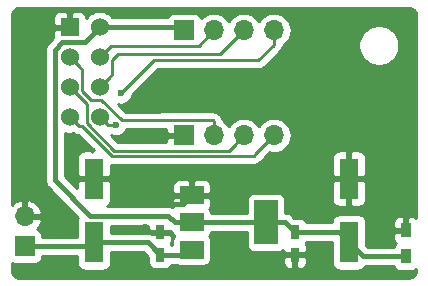
<source format=gbr>
G04 #@! TF.GenerationSoftware,KiCad,Pcbnew,(5.1.2)-2*
G04 #@! TF.CreationDate,2022-10-24T21:46:32-05:00*
G04 #@! TF.ProjectId,nrf24l01_breakout,6e726632-346c-4303-915f-627265616b6f,v1.0*
G04 #@! TF.SameCoordinates,Original*
G04 #@! TF.FileFunction,Copper,L1,Top*
G04 #@! TF.FilePolarity,Positive*
%FSLAX46Y46*%
G04 Gerber Fmt 4.6, Leading zero omitted, Abs format (unit mm)*
G04 Created by KiCad (PCBNEW (5.1.2)-2) date 2022-10-24 21:46:32*
%MOMM*%
%LPD*%
G04 APERTURE LIST*
%ADD10R,1.600000X3.500000*%
%ADD11R,0.750000X1.200000*%
%ADD12R,0.900000X1.200000*%
%ADD13O,1.700000X1.700000*%
%ADD14R,1.700000X1.700000*%
%ADD15R,2.000000X1.500000*%
%ADD16R,2.000000X3.800000*%
%ADD17R,1.524000X1.524000*%
%ADD18C,1.524000*%
%ADD19C,0.700000*%
%ADD20C,0.600000*%
%ADD21C,0.400000*%
%ADD22C,0.250000*%
%ADD23C,0.254000*%
G04 APERTURE END LIST*
D10*
X121920000Y-149700000D03*
X121920000Y-155100000D03*
D11*
X127508000Y-154244000D03*
X127508000Y-156144000D03*
D10*
X143510000Y-155100000D03*
X143510000Y-149700000D03*
D11*
X138938000Y-154244000D03*
X138938000Y-156144000D03*
D12*
X148336000Y-156294000D03*
X148336000Y-154094000D03*
D13*
X116078000Y-152908000D03*
D14*
X116078000Y-155448000D03*
D13*
X137160000Y-137160000D03*
X134620000Y-137160000D03*
X132080000Y-137160000D03*
D14*
X129540000Y-137160000D03*
X129540000Y-146050000D03*
D13*
X132080000Y-146050000D03*
X134620000Y-146050000D03*
X137160000Y-146050000D03*
D15*
X130200000Y-151116000D03*
X130200000Y-155716000D03*
X130200000Y-153416000D03*
D16*
X136500000Y-153416000D03*
D17*
X119864000Y-136882000D03*
D18*
X122404000Y-136882000D03*
X119864000Y-139422000D03*
X122404000Y-139422000D03*
X119864000Y-141962000D03*
X122404000Y-141962000D03*
X119864000Y-144502000D03*
X122404000Y-144502000D03*
D19*
X126238000Y-153924000D03*
X128016000Y-151892000D03*
X133096000Y-152400000D03*
X133350000Y-154940000D03*
D20*
X124206000Y-142494000D03*
X123806439Y-145179561D03*
D21*
X127508000Y-154244000D02*
X126558000Y-154244000D01*
X126558000Y-154244000D02*
X126238000Y-153924000D01*
X129424000Y-151892000D02*
X130200000Y-151116000D01*
X128016000Y-151892000D02*
X129424000Y-151892000D01*
X130200000Y-151116000D02*
X131812000Y-151116000D01*
X131812000Y-151116000D02*
X133096000Y-152400000D01*
X129772000Y-156144000D02*
X130200000Y-155716000D01*
X127508000Y-156144000D02*
X129772000Y-156144000D01*
X126464000Y-155100000D02*
X127508000Y-156144000D01*
X121920000Y-155100000D02*
X126464000Y-155100000D01*
X121572000Y-155448000D02*
X121920000Y-155100000D01*
X116078000Y-155448000D02*
X121572000Y-155448000D01*
X130450000Y-153416000D02*
X136500000Y-153416000D01*
X130200000Y-153416000D02*
X130450000Y-153416000D01*
X138110000Y-153416000D02*
X138938000Y-154244000D01*
X136500000Y-153416000D02*
X138110000Y-153416000D01*
X144704000Y-156294000D02*
X143510000Y-155100000D01*
X148336000Y-156294000D02*
X144704000Y-156294000D01*
X142654000Y-154244000D02*
X143510000Y-155100000D01*
X138938000Y-154244000D02*
X142654000Y-154244000D01*
X129262000Y-136882000D02*
X129540000Y-137160000D01*
X122404000Y-136882000D02*
X129262000Y-136882000D01*
X119258239Y-138159999D02*
X118601999Y-138816239D01*
X122404000Y-136882000D02*
X121126001Y-138159999D01*
X121126001Y-138159999D02*
X119258239Y-138159999D01*
X128800000Y-153416000D02*
X130200000Y-153416000D01*
X128233999Y-152849999D02*
X128800000Y-153416000D01*
X121619997Y-152849999D02*
X128233999Y-152849999D01*
X118601999Y-149832001D02*
X121619997Y-152849999D01*
X118601999Y-138816239D02*
X118601999Y-149832001D01*
D22*
X137160000Y-138362081D02*
X135822081Y-139700000D01*
X137160000Y-137160000D02*
X137160000Y-138362081D01*
X135822081Y-139700000D02*
X129286000Y-139700000D01*
X129286000Y-139700000D02*
X127000000Y-139700000D01*
X127000000Y-139700000D02*
X124206000Y-142494000D01*
X123081561Y-145179561D02*
X122404000Y-144502000D01*
X123806439Y-145179561D02*
X123081561Y-145179561D01*
X134620000Y-137160000D02*
X132588000Y-139192000D01*
X123165999Y-141200001D02*
X122404000Y-141962000D01*
X123491001Y-140874999D02*
X123165999Y-141200001D01*
X123491001Y-139652999D02*
X123491001Y-140874999D01*
X123952000Y-139192000D02*
X123491001Y-139652999D01*
X132588000Y-139192000D02*
X123952000Y-139192000D01*
X123390999Y-138435001D02*
X122404000Y-139422000D01*
X132080000Y-137160000D02*
X130804999Y-138435001D01*
X130804999Y-138435001D02*
X123390999Y-138435001D01*
X120625999Y-140183999D02*
X119864000Y-139422000D01*
X120951001Y-140509001D02*
X120625999Y-140183999D01*
X120951001Y-142287001D02*
X120951001Y-140509001D01*
X121713001Y-143049001D02*
X120951001Y-142287001D01*
X132007080Y-144774999D02*
X127513001Y-144774999D01*
X132080000Y-146050000D02*
X132080000Y-144847919D01*
X132080000Y-144847919D02*
X132007080Y-144774999D01*
X127513001Y-144774999D02*
X127508000Y-144780000D01*
X124290762Y-144780000D02*
X122559763Y-143049001D01*
X127508000Y-144780000D02*
X124290762Y-144780000D01*
X122559763Y-143049001D02*
X121713001Y-143049001D01*
X133770001Y-146899999D02*
X134620000Y-146050000D01*
X133344999Y-147325001D02*
X133770001Y-146899999D01*
X123618239Y-147325001D02*
X133344999Y-147325001D01*
X121316999Y-145023761D02*
X123618239Y-147325001D01*
X121316999Y-143414999D02*
X121316999Y-145023761D01*
X119864000Y-141962000D02*
X121316999Y-143414999D01*
X135636000Y-147574000D02*
X137160000Y-146050000D01*
X135434989Y-147775011D02*
X135636000Y-147574000D01*
X123431839Y-147775011D02*
X135434989Y-147775011D01*
X120920827Y-145263999D02*
X123431839Y-147775011D01*
X120625999Y-145263999D02*
X120920827Y-145263999D01*
X119864000Y-144502000D02*
X120625999Y-145263999D01*
D23*
G36*
X134861928Y-155316000D02*
G01*
X134874188Y-155440482D01*
X134910498Y-155560180D01*
X134969463Y-155670494D01*
X135048815Y-155767185D01*
X135145506Y-155846537D01*
X135255820Y-155905502D01*
X135375518Y-155941812D01*
X135500000Y-155954072D01*
X137500000Y-155954072D01*
X137624482Y-155941812D01*
X137744180Y-155905502D01*
X137854494Y-155846537D01*
X137927301Y-155786786D01*
X137928000Y-155858250D01*
X138086750Y-156017000D01*
X138811000Y-156017000D01*
X138811000Y-155997000D01*
X139065000Y-155997000D01*
X139065000Y-156017000D01*
X139789250Y-156017000D01*
X139948000Y-155858250D01*
X139951072Y-155544000D01*
X139938812Y-155419518D01*
X139902502Y-155299820D01*
X139845939Y-155194000D01*
X139902502Y-155088180D01*
X139905287Y-155079000D01*
X142071928Y-155079000D01*
X142071928Y-156850000D01*
X142084188Y-156974482D01*
X142120498Y-157094180D01*
X142179463Y-157204494D01*
X142258815Y-157301185D01*
X142355506Y-157380537D01*
X142465820Y-157439502D01*
X142585518Y-157475812D01*
X142710000Y-157488072D01*
X144310000Y-157488072D01*
X144434482Y-157475812D01*
X144554180Y-157439502D01*
X144664494Y-157380537D01*
X144761185Y-157301185D01*
X144840537Y-157204494D01*
X144880890Y-157129000D01*
X147293713Y-157129000D01*
X147296498Y-157138180D01*
X147355463Y-157248494D01*
X147434815Y-157345185D01*
X147531506Y-157424537D01*
X147641820Y-157483502D01*
X147761518Y-157519812D01*
X147886000Y-157532072D01*
X148786000Y-157532072D01*
X148910482Y-157519812D01*
X149030180Y-157483502D01*
X149140494Y-157424537D01*
X149200000Y-157375702D01*
X149200000Y-157447721D01*
X149185278Y-157597869D01*
X149151047Y-157711246D01*
X149095446Y-157815817D01*
X149020594Y-157907595D01*
X148929335Y-157983091D01*
X148825160Y-158039419D01*
X148712024Y-158074440D01*
X148563979Y-158090000D01*
X115602279Y-158090000D01*
X115452131Y-158075278D01*
X115338754Y-158041047D01*
X115234183Y-157985446D01*
X115142405Y-157910594D01*
X115066909Y-157819335D01*
X115010581Y-157715160D01*
X114975560Y-157602024D01*
X114960000Y-157453979D01*
X114960000Y-156874770D01*
X114983820Y-156887502D01*
X115103518Y-156923812D01*
X115228000Y-156936072D01*
X116928000Y-156936072D01*
X117052482Y-156923812D01*
X117172180Y-156887502D01*
X117282494Y-156828537D01*
X117379185Y-156749185D01*
X117458537Y-156652494D01*
X117517502Y-156542180D01*
X117553812Y-156422482D01*
X117566072Y-156298000D01*
X117566072Y-156283000D01*
X120481928Y-156283000D01*
X120481928Y-156850000D01*
X120494188Y-156974482D01*
X120530498Y-157094180D01*
X120589463Y-157204494D01*
X120668815Y-157301185D01*
X120765506Y-157380537D01*
X120875820Y-157439502D01*
X120995518Y-157475812D01*
X121120000Y-157488072D01*
X122720000Y-157488072D01*
X122844482Y-157475812D01*
X122964180Y-157439502D01*
X123074494Y-157380537D01*
X123171185Y-157301185D01*
X123250537Y-157204494D01*
X123309502Y-157094180D01*
X123345812Y-156974482D01*
X123358072Y-156850000D01*
X123358072Y-155935000D01*
X126118133Y-155935000D01*
X126494928Y-156311796D01*
X126494928Y-156744000D01*
X126507188Y-156868482D01*
X126543498Y-156988180D01*
X126602463Y-157098494D01*
X126681815Y-157195185D01*
X126778506Y-157274537D01*
X126888820Y-157333502D01*
X127008518Y-157369812D01*
X127133000Y-157382072D01*
X127883000Y-157382072D01*
X128007482Y-157369812D01*
X128127180Y-157333502D01*
X128237494Y-157274537D01*
X128334185Y-157195185D01*
X128413537Y-157098494D01*
X128472502Y-156988180D01*
X128475287Y-156979000D01*
X128824137Y-156979000D01*
X128845506Y-156996537D01*
X128955820Y-157055502D01*
X129075518Y-157091812D01*
X129200000Y-157104072D01*
X131200000Y-157104072D01*
X131324482Y-157091812D01*
X131444180Y-157055502D01*
X131554494Y-156996537D01*
X131651185Y-156917185D01*
X131730537Y-156820494D01*
X131771424Y-156744000D01*
X137924928Y-156744000D01*
X137937188Y-156868482D01*
X137973498Y-156988180D01*
X138032463Y-157098494D01*
X138111815Y-157195185D01*
X138208506Y-157274537D01*
X138318820Y-157333502D01*
X138438518Y-157369812D01*
X138563000Y-157382072D01*
X138652250Y-157379000D01*
X138811000Y-157220250D01*
X138811000Y-156271000D01*
X139065000Y-156271000D01*
X139065000Y-157220250D01*
X139223750Y-157379000D01*
X139313000Y-157382072D01*
X139437482Y-157369812D01*
X139557180Y-157333502D01*
X139667494Y-157274537D01*
X139764185Y-157195185D01*
X139843537Y-157098494D01*
X139902502Y-156988180D01*
X139938812Y-156868482D01*
X139951072Y-156744000D01*
X139948000Y-156429750D01*
X139789250Y-156271000D01*
X139065000Y-156271000D01*
X138811000Y-156271000D01*
X138086750Y-156271000D01*
X137928000Y-156429750D01*
X137924928Y-156744000D01*
X131771424Y-156744000D01*
X131789502Y-156710180D01*
X131825812Y-156590482D01*
X131838072Y-156466000D01*
X131838072Y-154966000D01*
X131825812Y-154841518D01*
X131789502Y-154721820D01*
X131730537Y-154611506D01*
X131693191Y-154566000D01*
X131730537Y-154520494D01*
X131789502Y-154410180D01*
X131825812Y-154290482D01*
X131829701Y-154251000D01*
X134861928Y-154251000D01*
X134861928Y-155316000D01*
X134861928Y-155316000D01*
G37*
X134861928Y-155316000D02*
X134874188Y-155440482D01*
X134910498Y-155560180D01*
X134969463Y-155670494D01*
X135048815Y-155767185D01*
X135145506Y-155846537D01*
X135255820Y-155905502D01*
X135375518Y-155941812D01*
X135500000Y-155954072D01*
X137500000Y-155954072D01*
X137624482Y-155941812D01*
X137744180Y-155905502D01*
X137854494Y-155846537D01*
X137927301Y-155786786D01*
X137928000Y-155858250D01*
X138086750Y-156017000D01*
X138811000Y-156017000D01*
X138811000Y-155997000D01*
X139065000Y-155997000D01*
X139065000Y-156017000D01*
X139789250Y-156017000D01*
X139948000Y-155858250D01*
X139951072Y-155544000D01*
X139938812Y-155419518D01*
X139902502Y-155299820D01*
X139845939Y-155194000D01*
X139902502Y-155088180D01*
X139905287Y-155079000D01*
X142071928Y-155079000D01*
X142071928Y-156850000D01*
X142084188Y-156974482D01*
X142120498Y-157094180D01*
X142179463Y-157204494D01*
X142258815Y-157301185D01*
X142355506Y-157380537D01*
X142465820Y-157439502D01*
X142585518Y-157475812D01*
X142710000Y-157488072D01*
X144310000Y-157488072D01*
X144434482Y-157475812D01*
X144554180Y-157439502D01*
X144664494Y-157380537D01*
X144761185Y-157301185D01*
X144840537Y-157204494D01*
X144880890Y-157129000D01*
X147293713Y-157129000D01*
X147296498Y-157138180D01*
X147355463Y-157248494D01*
X147434815Y-157345185D01*
X147531506Y-157424537D01*
X147641820Y-157483502D01*
X147761518Y-157519812D01*
X147886000Y-157532072D01*
X148786000Y-157532072D01*
X148910482Y-157519812D01*
X149030180Y-157483502D01*
X149140494Y-157424537D01*
X149200000Y-157375702D01*
X149200000Y-157447721D01*
X149185278Y-157597869D01*
X149151047Y-157711246D01*
X149095446Y-157815817D01*
X149020594Y-157907595D01*
X148929335Y-157983091D01*
X148825160Y-158039419D01*
X148712024Y-158074440D01*
X148563979Y-158090000D01*
X115602279Y-158090000D01*
X115452131Y-158075278D01*
X115338754Y-158041047D01*
X115234183Y-157985446D01*
X115142405Y-157910594D01*
X115066909Y-157819335D01*
X115010581Y-157715160D01*
X114975560Y-157602024D01*
X114960000Y-157453979D01*
X114960000Y-156874770D01*
X114983820Y-156887502D01*
X115103518Y-156923812D01*
X115228000Y-156936072D01*
X116928000Y-156936072D01*
X117052482Y-156923812D01*
X117172180Y-156887502D01*
X117282494Y-156828537D01*
X117379185Y-156749185D01*
X117458537Y-156652494D01*
X117517502Y-156542180D01*
X117553812Y-156422482D01*
X117566072Y-156298000D01*
X117566072Y-156283000D01*
X120481928Y-156283000D01*
X120481928Y-156850000D01*
X120494188Y-156974482D01*
X120530498Y-157094180D01*
X120589463Y-157204494D01*
X120668815Y-157301185D01*
X120765506Y-157380537D01*
X120875820Y-157439502D01*
X120995518Y-157475812D01*
X121120000Y-157488072D01*
X122720000Y-157488072D01*
X122844482Y-157475812D01*
X122964180Y-157439502D01*
X123074494Y-157380537D01*
X123171185Y-157301185D01*
X123250537Y-157204494D01*
X123309502Y-157094180D01*
X123345812Y-156974482D01*
X123358072Y-156850000D01*
X123358072Y-155935000D01*
X126118133Y-155935000D01*
X126494928Y-156311796D01*
X126494928Y-156744000D01*
X126507188Y-156868482D01*
X126543498Y-156988180D01*
X126602463Y-157098494D01*
X126681815Y-157195185D01*
X126778506Y-157274537D01*
X126888820Y-157333502D01*
X127008518Y-157369812D01*
X127133000Y-157382072D01*
X127883000Y-157382072D01*
X128007482Y-157369812D01*
X128127180Y-157333502D01*
X128237494Y-157274537D01*
X128334185Y-157195185D01*
X128413537Y-157098494D01*
X128472502Y-156988180D01*
X128475287Y-156979000D01*
X128824137Y-156979000D01*
X128845506Y-156996537D01*
X128955820Y-157055502D01*
X129075518Y-157091812D01*
X129200000Y-157104072D01*
X131200000Y-157104072D01*
X131324482Y-157091812D01*
X131444180Y-157055502D01*
X131554494Y-156996537D01*
X131651185Y-156917185D01*
X131730537Y-156820494D01*
X131771424Y-156744000D01*
X137924928Y-156744000D01*
X137937188Y-156868482D01*
X137973498Y-156988180D01*
X138032463Y-157098494D01*
X138111815Y-157195185D01*
X138208506Y-157274537D01*
X138318820Y-157333502D01*
X138438518Y-157369812D01*
X138563000Y-157382072D01*
X138652250Y-157379000D01*
X138811000Y-157220250D01*
X138811000Y-156271000D01*
X139065000Y-156271000D01*
X139065000Y-157220250D01*
X139223750Y-157379000D01*
X139313000Y-157382072D01*
X139437482Y-157369812D01*
X139557180Y-157333502D01*
X139667494Y-157274537D01*
X139764185Y-157195185D01*
X139843537Y-157098494D01*
X139902502Y-156988180D01*
X139938812Y-156868482D01*
X139951072Y-156744000D01*
X139948000Y-156429750D01*
X139789250Y-156271000D01*
X139065000Y-156271000D01*
X138811000Y-156271000D01*
X138086750Y-156271000D01*
X137928000Y-156429750D01*
X137924928Y-156744000D01*
X131771424Y-156744000D01*
X131789502Y-156710180D01*
X131825812Y-156590482D01*
X131838072Y-156466000D01*
X131838072Y-154966000D01*
X131825812Y-154841518D01*
X131789502Y-154721820D01*
X131730537Y-154611506D01*
X131693191Y-154566000D01*
X131730537Y-154520494D01*
X131789502Y-154410180D01*
X131825812Y-154290482D01*
X131829701Y-154251000D01*
X134861928Y-154251000D01*
X134861928Y-155316000D01*
G36*
X148707869Y-135294722D02*
G01*
X148821246Y-135328953D01*
X148925819Y-135384555D01*
X149017596Y-135459407D01*
X149093091Y-135550664D01*
X149149419Y-135654844D01*
X149184440Y-135767976D01*
X149200001Y-135916031D01*
X149200000Y-153012298D01*
X149140494Y-152963463D01*
X149030180Y-152904498D01*
X148910482Y-152868188D01*
X148786000Y-152855928D01*
X148621750Y-152859000D01*
X148463000Y-153017750D01*
X148463000Y-153967000D01*
X148483000Y-153967000D01*
X148483000Y-154221000D01*
X148463000Y-154221000D01*
X148463000Y-154241000D01*
X148209000Y-154241000D01*
X148209000Y-154221000D01*
X147409750Y-154221000D01*
X147251000Y-154379750D01*
X147247928Y-154694000D01*
X147260188Y-154818482D01*
X147296498Y-154938180D01*
X147355463Y-155048494D01*
X147434815Y-155145185D01*
X147494296Y-155194000D01*
X147434815Y-155242815D01*
X147355463Y-155339506D01*
X147296498Y-155449820D01*
X147293713Y-155459000D01*
X145049868Y-155459000D01*
X144948072Y-155357204D01*
X144948072Y-153494000D01*
X147247928Y-153494000D01*
X147251000Y-153808250D01*
X147409750Y-153967000D01*
X148209000Y-153967000D01*
X148209000Y-153017750D01*
X148050250Y-152859000D01*
X147886000Y-152855928D01*
X147761518Y-152868188D01*
X147641820Y-152904498D01*
X147531506Y-152963463D01*
X147434815Y-153042815D01*
X147355463Y-153139506D01*
X147296498Y-153249820D01*
X147260188Y-153369518D01*
X147247928Y-153494000D01*
X144948072Y-153494000D01*
X144948072Y-153350000D01*
X144935812Y-153225518D01*
X144899502Y-153105820D01*
X144840537Y-152995506D01*
X144761185Y-152898815D01*
X144664494Y-152819463D01*
X144554180Y-152760498D01*
X144434482Y-152724188D01*
X144310000Y-152711928D01*
X142710000Y-152711928D01*
X142585518Y-152724188D01*
X142465820Y-152760498D01*
X142355506Y-152819463D01*
X142258815Y-152898815D01*
X142179463Y-152995506D01*
X142120498Y-153105820D01*
X142084188Y-153225518D01*
X142071928Y-153350000D01*
X142071928Y-153409000D01*
X139905287Y-153409000D01*
X139902502Y-153399820D01*
X139843537Y-153289506D01*
X139764185Y-153192815D01*
X139667494Y-153113463D01*
X139557180Y-153054498D01*
X139437482Y-153018188D01*
X139313000Y-153005928D01*
X138880795Y-153005928D01*
X138729445Y-152854578D01*
X138703291Y-152822709D01*
X138576146Y-152718364D01*
X138431087Y-152640828D01*
X138273689Y-152593082D01*
X138151019Y-152581000D01*
X138151018Y-152581000D01*
X138138072Y-152579725D01*
X138138072Y-151516000D01*
X138131572Y-151450000D01*
X142071928Y-151450000D01*
X142084188Y-151574482D01*
X142120498Y-151694180D01*
X142179463Y-151804494D01*
X142258815Y-151901185D01*
X142355506Y-151980537D01*
X142465820Y-152039502D01*
X142585518Y-152075812D01*
X142710000Y-152088072D01*
X143224250Y-152085000D01*
X143383000Y-151926250D01*
X143383000Y-149827000D01*
X143637000Y-149827000D01*
X143637000Y-151926250D01*
X143795750Y-152085000D01*
X144310000Y-152088072D01*
X144434482Y-152075812D01*
X144554180Y-152039502D01*
X144664494Y-151980537D01*
X144761185Y-151901185D01*
X144840537Y-151804494D01*
X144899502Y-151694180D01*
X144935812Y-151574482D01*
X144948072Y-151450000D01*
X144945000Y-149985750D01*
X144786250Y-149827000D01*
X143637000Y-149827000D01*
X143383000Y-149827000D01*
X142233750Y-149827000D01*
X142075000Y-149985750D01*
X142071928Y-151450000D01*
X138131572Y-151450000D01*
X138125812Y-151391518D01*
X138089502Y-151271820D01*
X138030537Y-151161506D01*
X137951185Y-151064815D01*
X137854494Y-150985463D01*
X137744180Y-150926498D01*
X137624482Y-150890188D01*
X137500000Y-150877928D01*
X135500000Y-150877928D01*
X135375518Y-150890188D01*
X135255820Y-150926498D01*
X135145506Y-150985463D01*
X135048815Y-151064815D01*
X134969463Y-151161506D01*
X134910498Y-151271820D01*
X134874188Y-151391518D01*
X134861928Y-151516000D01*
X134861928Y-152581000D01*
X131829701Y-152581000D01*
X131825812Y-152541518D01*
X131789502Y-152421820D01*
X131730537Y-152311506D01*
X131693191Y-152266000D01*
X131730537Y-152220494D01*
X131789502Y-152110180D01*
X131825812Y-151990482D01*
X131838072Y-151866000D01*
X131835000Y-151401750D01*
X131676250Y-151243000D01*
X130327000Y-151243000D01*
X130327000Y-151263000D01*
X130073000Y-151263000D01*
X130073000Y-151243000D01*
X128723750Y-151243000D01*
X128565000Y-151401750D01*
X128561928Y-151866000D01*
X128574188Y-151990482D01*
X128608422Y-152103336D01*
X128555086Y-152074827D01*
X128397688Y-152027081D01*
X128275018Y-152014999D01*
X128275017Y-152014999D01*
X128233999Y-152010959D01*
X128192981Y-152014999D01*
X123010021Y-152014999D01*
X123074494Y-151980537D01*
X123171185Y-151901185D01*
X123250537Y-151804494D01*
X123309502Y-151694180D01*
X123345812Y-151574482D01*
X123358072Y-151450000D01*
X123355798Y-150366000D01*
X128561928Y-150366000D01*
X128565000Y-150830250D01*
X128723750Y-150989000D01*
X130073000Y-150989000D01*
X130073000Y-149889750D01*
X130327000Y-149889750D01*
X130327000Y-150989000D01*
X131676250Y-150989000D01*
X131835000Y-150830250D01*
X131838072Y-150366000D01*
X131825812Y-150241518D01*
X131789502Y-150121820D01*
X131730537Y-150011506D01*
X131651185Y-149914815D01*
X131554494Y-149835463D01*
X131444180Y-149776498D01*
X131324482Y-149740188D01*
X131200000Y-149727928D01*
X130485750Y-149731000D01*
X130327000Y-149889750D01*
X130073000Y-149889750D01*
X129914250Y-149731000D01*
X129200000Y-149727928D01*
X129075518Y-149740188D01*
X128955820Y-149776498D01*
X128845506Y-149835463D01*
X128748815Y-149914815D01*
X128669463Y-150011506D01*
X128610498Y-150121820D01*
X128574188Y-150241518D01*
X128561928Y-150366000D01*
X123355798Y-150366000D01*
X123355000Y-149985750D01*
X123196250Y-149827000D01*
X122047000Y-149827000D01*
X122047000Y-149847000D01*
X121793000Y-149847000D01*
X121793000Y-149827000D01*
X120643750Y-149827000D01*
X120485000Y-149985750D01*
X120483852Y-150532986D01*
X119436999Y-149486134D01*
X119436999Y-145837232D01*
X119456510Y-145845314D01*
X119726408Y-145899000D01*
X120001592Y-145899000D01*
X120162706Y-145866952D01*
X120201723Y-145898973D01*
X120333752Y-145969545D01*
X120477013Y-146013002D01*
X120588666Y-146023999D01*
X120588675Y-146023999D01*
X120607922Y-146025895D01*
X121897026Y-147315000D01*
X121792998Y-147315000D01*
X121792998Y-147473748D01*
X121634250Y-147315000D01*
X121120000Y-147311928D01*
X120995518Y-147324188D01*
X120875820Y-147360498D01*
X120765506Y-147419463D01*
X120668815Y-147498815D01*
X120589463Y-147595506D01*
X120530498Y-147705820D01*
X120494188Y-147825518D01*
X120481928Y-147950000D01*
X120485000Y-149414250D01*
X120643750Y-149573000D01*
X121793000Y-149573000D01*
X121793000Y-149553000D01*
X122047000Y-149553000D01*
X122047000Y-149573000D01*
X123196250Y-149573000D01*
X123355000Y-149414250D01*
X123356852Y-148531302D01*
X123394506Y-148535011D01*
X123394515Y-148535011D01*
X123431838Y-148538687D01*
X123469161Y-148535011D01*
X135397667Y-148535011D01*
X135434989Y-148538687D01*
X135472311Y-148535011D01*
X135472322Y-148535011D01*
X135583975Y-148524014D01*
X135727236Y-148480557D01*
X135859265Y-148409985D01*
X135974990Y-148315012D01*
X135998792Y-148286009D01*
X136199799Y-148085003D01*
X136199803Y-148084998D01*
X136334801Y-147950000D01*
X142071928Y-147950000D01*
X142075000Y-149414250D01*
X142233750Y-149573000D01*
X143383000Y-149573000D01*
X143383000Y-147473750D01*
X143637000Y-147473750D01*
X143637000Y-149573000D01*
X144786250Y-149573000D01*
X144945000Y-149414250D01*
X144948072Y-147950000D01*
X144935812Y-147825518D01*
X144899502Y-147705820D01*
X144840537Y-147595506D01*
X144761185Y-147498815D01*
X144664494Y-147419463D01*
X144554180Y-147360498D01*
X144434482Y-147324188D01*
X144310000Y-147311928D01*
X143795750Y-147315000D01*
X143637000Y-147473750D01*
X143383000Y-147473750D01*
X143224250Y-147315000D01*
X142710000Y-147311928D01*
X142585518Y-147324188D01*
X142465820Y-147360498D01*
X142355506Y-147419463D01*
X142258815Y-147498815D01*
X142179463Y-147595506D01*
X142120498Y-147705820D01*
X142084188Y-147825518D01*
X142071928Y-147950000D01*
X136334801Y-147950000D01*
X136794005Y-147490797D01*
X136868889Y-147513513D01*
X137087050Y-147535000D01*
X137232950Y-147535000D01*
X137451111Y-147513513D01*
X137731034Y-147428599D01*
X137989014Y-147290706D01*
X138215134Y-147105134D01*
X138400706Y-146879014D01*
X138538599Y-146621034D01*
X138623513Y-146341111D01*
X138652185Y-146050000D01*
X138623513Y-145758889D01*
X138538599Y-145478966D01*
X138400706Y-145220986D01*
X138215134Y-144994866D01*
X137989014Y-144809294D01*
X137731034Y-144671401D01*
X137451111Y-144586487D01*
X137232950Y-144565000D01*
X137087050Y-144565000D01*
X136868889Y-144586487D01*
X136588966Y-144671401D01*
X136330986Y-144809294D01*
X136104866Y-144994866D01*
X135919294Y-145220986D01*
X135890000Y-145275791D01*
X135860706Y-145220986D01*
X135675134Y-144994866D01*
X135449014Y-144809294D01*
X135191034Y-144671401D01*
X134911111Y-144586487D01*
X134692950Y-144565000D01*
X134547050Y-144565000D01*
X134328889Y-144586487D01*
X134048966Y-144671401D01*
X133790986Y-144809294D01*
X133564866Y-144994866D01*
X133379294Y-145220986D01*
X133350000Y-145275791D01*
X133320706Y-145220986D01*
X133135134Y-144994866D01*
X132909014Y-144809294D01*
X132836031Y-144770284D01*
X132829003Y-144698933D01*
X132785546Y-144555672D01*
X132714974Y-144423643D01*
X132620001Y-144307918D01*
X132591000Y-144284118D01*
X132570882Y-144263999D01*
X132547081Y-144234998D01*
X132431356Y-144140025D01*
X132299327Y-144069453D01*
X132156066Y-144025996D01*
X132044413Y-144014999D01*
X132044402Y-144014999D01*
X132007080Y-144011323D01*
X131969758Y-144014999D01*
X127550323Y-144014999D01*
X127513000Y-144011323D01*
X127475678Y-144014999D01*
X127475668Y-144014999D01*
X127424893Y-144020000D01*
X124605564Y-144020000D01*
X123989895Y-143404331D01*
X124113911Y-143429000D01*
X124298089Y-143429000D01*
X124478729Y-143393068D01*
X124648889Y-143322586D01*
X124802028Y-143220262D01*
X124932262Y-143090028D01*
X125034586Y-142936889D01*
X125105068Y-142766729D01*
X125129153Y-142645648D01*
X127314802Y-140460000D01*
X135784759Y-140460000D01*
X135822081Y-140463676D01*
X135859403Y-140460000D01*
X135859414Y-140460000D01*
X135971067Y-140449003D01*
X136114328Y-140405546D01*
X136246357Y-140334974D01*
X136362082Y-140240001D01*
X136385885Y-140210997D01*
X137671003Y-138925880D01*
X137700001Y-138902082D01*
X137794974Y-138786357D01*
X137865546Y-138654328D01*
X137909003Y-138511067D01*
X137916031Y-138439716D01*
X137989014Y-138400706D01*
X138161540Y-138259117D01*
X144315000Y-138259117D01*
X144315000Y-138600883D01*
X144381675Y-138936081D01*
X144512463Y-139251831D01*
X144702337Y-139535998D01*
X144944002Y-139777663D01*
X145228169Y-139967537D01*
X145543919Y-140098325D01*
X145879117Y-140165000D01*
X146220883Y-140165000D01*
X146556081Y-140098325D01*
X146871831Y-139967537D01*
X147155998Y-139777663D01*
X147397663Y-139535998D01*
X147587537Y-139251831D01*
X147718325Y-138936081D01*
X147785000Y-138600883D01*
X147785000Y-138259117D01*
X147718325Y-137923919D01*
X147587537Y-137608169D01*
X147397663Y-137324002D01*
X147155998Y-137082337D01*
X146871831Y-136892463D01*
X146556081Y-136761675D01*
X146220883Y-136695000D01*
X145879117Y-136695000D01*
X145543919Y-136761675D01*
X145228169Y-136892463D01*
X144944002Y-137082337D01*
X144702337Y-137324002D01*
X144512463Y-137608169D01*
X144381675Y-137923919D01*
X144315000Y-138259117D01*
X138161540Y-138259117D01*
X138215134Y-138215134D01*
X138400706Y-137989014D01*
X138538599Y-137731034D01*
X138623513Y-137451111D01*
X138652185Y-137160000D01*
X138623513Y-136868889D01*
X138538599Y-136588966D01*
X138400706Y-136330986D01*
X138215134Y-136104866D01*
X137989014Y-135919294D01*
X137731034Y-135781401D01*
X137451111Y-135696487D01*
X137232950Y-135675000D01*
X137087050Y-135675000D01*
X136868889Y-135696487D01*
X136588966Y-135781401D01*
X136330986Y-135919294D01*
X136104866Y-136104866D01*
X135919294Y-136330986D01*
X135890000Y-136385791D01*
X135860706Y-136330986D01*
X135675134Y-136104866D01*
X135449014Y-135919294D01*
X135191034Y-135781401D01*
X134911111Y-135696487D01*
X134692950Y-135675000D01*
X134547050Y-135675000D01*
X134328889Y-135696487D01*
X134048966Y-135781401D01*
X133790986Y-135919294D01*
X133564866Y-136104866D01*
X133379294Y-136330986D01*
X133350000Y-136385791D01*
X133320706Y-136330986D01*
X133135134Y-136104866D01*
X132909014Y-135919294D01*
X132651034Y-135781401D01*
X132371111Y-135696487D01*
X132152950Y-135675000D01*
X132007050Y-135675000D01*
X131788889Y-135696487D01*
X131508966Y-135781401D01*
X131250986Y-135919294D01*
X131024866Y-136104866D01*
X131000393Y-136134687D01*
X130979502Y-136065820D01*
X130920537Y-135955506D01*
X130841185Y-135858815D01*
X130744494Y-135779463D01*
X130634180Y-135720498D01*
X130514482Y-135684188D01*
X130390000Y-135671928D01*
X128690000Y-135671928D01*
X128565518Y-135684188D01*
X128445820Y-135720498D01*
X128335506Y-135779463D01*
X128238815Y-135858815D01*
X128159463Y-135955506D01*
X128110558Y-136047000D01*
X123526227Y-136047000D01*
X123489120Y-135991465D01*
X123294535Y-135796880D01*
X123065727Y-135643995D01*
X122811490Y-135538686D01*
X122541592Y-135485000D01*
X122266408Y-135485000D01*
X121996510Y-135538686D01*
X121742273Y-135643995D01*
X121513465Y-135796880D01*
X121318880Y-135991465D01*
X121260080Y-136079465D01*
X121251812Y-135995518D01*
X121215502Y-135875820D01*
X121156537Y-135765506D01*
X121077185Y-135668815D01*
X120980494Y-135589463D01*
X120870180Y-135530498D01*
X120750482Y-135494188D01*
X120626000Y-135481928D01*
X120149750Y-135485000D01*
X119991000Y-135643750D01*
X119991000Y-136755000D01*
X120011000Y-136755000D01*
X120011000Y-137009000D01*
X119991000Y-137009000D01*
X119991000Y-137029000D01*
X119737000Y-137029000D01*
X119737000Y-137009000D01*
X118625750Y-137009000D01*
X118467000Y-137167750D01*
X118463928Y-137644000D01*
X118475533Y-137761836D01*
X118040577Y-138196794D01*
X118008708Y-138222948D01*
X117904364Y-138350093D01*
X117904363Y-138350094D01*
X117826827Y-138495153D01*
X117779081Y-138652551D01*
X117762959Y-138816239D01*
X117766999Y-138857258D01*
X117767000Y-149790972D01*
X117762959Y-149832001D01*
X117779081Y-149995689D01*
X117826827Y-150153087D01*
X117826828Y-150153088D01*
X117904364Y-150298147D01*
X118008709Y-150425292D01*
X118040573Y-150451442D01*
X120587781Y-152998652D01*
X120530498Y-153105820D01*
X120494188Y-153225518D01*
X120481928Y-153350000D01*
X120481928Y-154613000D01*
X117566072Y-154613000D01*
X117566072Y-154598000D01*
X117553812Y-154473518D01*
X117517502Y-154353820D01*
X117458537Y-154243506D01*
X117379185Y-154146815D01*
X117282494Y-154067463D01*
X117172180Y-154008498D01*
X117091534Y-153984034D01*
X117175588Y-153908269D01*
X117349641Y-153674920D01*
X117474825Y-153412099D01*
X117519476Y-153264890D01*
X117398155Y-153035000D01*
X116205000Y-153035000D01*
X116205000Y-153055000D01*
X115951000Y-153055000D01*
X115951000Y-153035000D01*
X115931000Y-153035000D01*
X115931000Y-152781000D01*
X115951000Y-152781000D01*
X115951000Y-151587186D01*
X116205000Y-151587186D01*
X116205000Y-152781000D01*
X117398155Y-152781000D01*
X117519476Y-152551110D01*
X117474825Y-152403901D01*
X117349641Y-152141080D01*
X117175588Y-151907731D01*
X116959355Y-151712822D01*
X116709252Y-151563843D01*
X116434891Y-151466519D01*
X116205000Y-151587186D01*
X115951000Y-151587186D01*
X115721109Y-151466519D01*
X115446748Y-151563843D01*
X115196645Y-151712822D01*
X114980412Y-151907731D01*
X114960000Y-151935097D01*
X114960000Y-136120000D01*
X118463928Y-136120000D01*
X118467000Y-136596250D01*
X118625750Y-136755000D01*
X119737000Y-136755000D01*
X119737000Y-135643750D01*
X119578250Y-135485000D01*
X119102000Y-135481928D01*
X118977518Y-135494188D01*
X118857820Y-135530498D01*
X118747506Y-135589463D01*
X118650815Y-135668815D01*
X118571463Y-135765506D01*
X118512498Y-135875820D01*
X118476188Y-135995518D01*
X118463928Y-136120000D01*
X114960000Y-136120000D01*
X114960000Y-135922279D01*
X114974722Y-135772131D01*
X115008953Y-135658754D01*
X115064555Y-135554181D01*
X115139407Y-135462404D01*
X115230664Y-135386909D01*
X115334844Y-135330581D01*
X115447976Y-135295560D01*
X115596022Y-135280000D01*
X148557721Y-135280000D01*
X148707869Y-135294722D01*
X148707869Y-135294722D01*
G37*
X148707869Y-135294722D02*
X148821246Y-135328953D01*
X148925819Y-135384555D01*
X149017596Y-135459407D01*
X149093091Y-135550664D01*
X149149419Y-135654844D01*
X149184440Y-135767976D01*
X149200001Y-135916031D01*
X149200000Y-153012298D01*
X149140494Y-152963463D01*
X149030180Y-152904498D01*
X148910482Y-152868188D01*
X148786000Y-152855928D01*
X148621750Y-152859000D01*
X148463000Y-153017750D01*
X148463000Y-153967000D01*
X148483000Y-153967000D01*
X148483000Y-154221000D01*
X148463000Y-154221000D01*
X148463000Y-154241000D01*
X148209000Y-154241000D01*
X148209000Y-154221000D01*
X147409750Y-154221000D01*
X147251000Y-154379750D01*
X147247928Y-154694000D01*
X147260188Y-154818482D01*
X147296498Y-154938180D01*
X147355463Y-155048494D01*
X147434815Y-155145185D01*
X147494296Y-155194000D01*
X147434815Y-155242815D01*
X147355463Y-155339506D01*
X147296498Y-155449820D01*
X147293713Y-155459000D01*
X145049868Y-155459000D01*
X144948072Y-155357204D01*
X144948072Y-153494000D01*
X147247928Y-153494000D01*
X147251000Y-153808250D01*
X147409750Y-153967000D01*
X148209000Y-153967000D01*
X148209000Y-153017750D01*
X148050250Y-152859000D01*
X147886000Y-152855928D01*
X147761518Y-152868188D01*
X147641820Y-152904498D01*
X147531506Y-152963463D01*
X147434815Y-153042815D01*
X147355463Y-153139506D01*
X147296498Y-153249820D01*
X147260188Y-153369518D01*
X147247928Y-153494000D01*
X144948072Y-153494000D01*
X144948072Y-153350000D01*
X144935812Y-153225518D01*
X144899502Y-153105820D01*
X144840537Y-152995506D01*
X144761185Y-152898815D01*
X144664494Y-152819463D01*
X144554180Y-152760498D01*
X144434482Y-152724188D01*
X144310000Y-152711928D01*
X142710000Y-152711928D01*
X142585518Y-152724188D01*
X142465820Y-152760498D01*
X142355506Y-152819463D01*
X142258815Y-152898815D01*
X142179463Y-152995506D01*
X142120498Y-153105820D01*
X142084188Y-153225518D01*
X142071928Y-153350000D01*
X142071928Y-153409000D01*
X139905287Y-153409000D01*
X139902502Y-153399820D01*
X139843537Y-153289506D01*
X139764185Y-153192815D01*
X139667494Y-153113463D01*
X139557180Y-153054498D01*
X139437482Y-153018188D01*
X139313000Y-153005928D01*
X138880795Y-153005928D01*
X138729445Y-152854578D01*
X138703291Y-152822709D01*
X138576146Y-152718364D01*
X138431087Y-152640828D01*
X138273689Y-152593082D01*
X138151019Y-152581000D01*
X138151018Y-152581000D01*
X138138072Y-152579725D01*
X138138072Y-151516000D01*
X138131572Y-151450000D01*
X142071928Y-151450000D01*
X142084188Y-151574482D01*
X142120498Y-151694180D01*
X142179463Y-151804494D01*
X142258815Y-151901185D01*
X142355506Y-151980537D01*
X142465820Y-152039502D01*
X142585518Y-152075812D01*
X142710000Y-152088072D01*
X143224250Y-152085000D01*
X143383000Y-151926250D01*
X143383000Y-149827000D01*
X143637000Y-149827000D01*
X143637000Y-151926250D01*
X143795750Y-152085000D01*
X144310000Y-152088072D01*
X144434482Y-152075812D01*
X144554180Y-152039502D01*
X144664494Y-151980537D01*
X144761185Y-151901185D01*
X144840537Y-151804494D01*
X144899502Y-151694180D01*
X144935812Y-151574482D01*
X144948072Y-151450000D01*
X144945000Y-149985750D01*
X144786250Y-149827000D01*
X143637000Y-149827000D01*
X143383000Y-149827000D01*
X142233750Y-149827000D01*
X142075000Y-149985750D01*
X142071928Y-151450000D01*
X138131572Y-151450000D01*
X138125812Y-151391518D01*
X138089502Y-151271820D01*
X138030537Y-151161506D01*
X137951185Y-151064815D01*
X137854494Y-150985463D01*
X137744180Y-150926498D01*
X137624482Y-150890188D01*
X137500000Y-150877928D01*
X135500000Y-150877928D01*
X135375518Y-150890188D01*
X135255820Y-150926498D01*
X135145506Y-150985463D01*
X135048815Y-151064815D01*
X134969463Y-151161506D01*
X134910498Y-151271820D01*
X134874188Y-151391518D01*
X134861928Y-151516000D01*
X134861928Y-152581000D01*
X131829701Y-152581000D01*
X131825812Y-152541518D01*
X131789502Y-152421820D01*
X131730537Y-152311506D01*
X131693191Y-152266000D01*
X131730537Y-152220494D01*
X131789502Y-152110180D01*
X131825812Y-151990482D01*
X131838072Y-151866000D01*
X131835000Y-151401750D01*
X131676250Y-151243000D01*
X130327000Y-151243000D01*
X130327000Y-151263000D01*
X130073000Y-151263000D01*
X130073000Y-151243000D01*
X128723750Y-151243000D01*
X128565000Y-151401750D01*
X128561928Y-151866000D01*
X128574188Y-151990482D01*
X128608422Y-152103336D01*
X128555086Y-152074827D01*
X128397688Y-152027081D01*
X128275018Y-152014999D01*
X128275017Y-152014999D01*
X128233999Y-152010959D01*
X128192981Y-152014999D01*
X123010021Y-152014999D01*
X123074494Y-151980537D01*
X123171185Y-151901185D01*
X123250537Y-151804494D01*
X123309502Y-151694180D01*
X123345812Y-151574482D01*
X123358072Y-151450000D01*
X123355798Y-150366000D01*
X128561928Y-150366000D01*
X128565000Y-150830250D01*
X128723750Y-150989000D01*
X130073000Y-150989000D01*
X130073000Y-149889750D01*
X130327000Y-149889750D01*
X130327000Y-150989000D01*
X131676250Y-150989000D01*
X131835000Y-150830250D01*
X131838072Y-150366000D01*
X131825812Y-150241518D01*
X131789502Y-150121820D01*
X131730537Y-150011506D01*
X131651185Y-149914815D01*
X131554494Y-149835463D01*
X131444180Y-149776498D01*
X131324482Y-149740188D01*
X131200000Y-149727928D01*
X130485750Y-149731000D01*
X130327000Y-149889750D01*
X130073000Y-149889750D01*
X129914250Y-149731000D01*
X129200000Y-149727928D01*
X129075518Y-149740188D01*
X128955820Y-149776498D01*
X128845506Y-149835463D01*
X128748815Y-149914815D01*
X128669463Y-150011506D01*
X128610498Y-150121820D01*
X128574188Y-150241518D01*
X128561928Y-150366000D01*
X123355798Y-150366000D01*
X123355000Y-149985750D01*
X123196250Y-149827000D01*
X122047000Y-149827000D01*
X122047000Y-149847000D01*
X121793000Y-149847000D01*
X121793000Y-149827000D01*
X120643750Y-149827000D01*
X120485000Y-149985750D01*
X120483852Y-150532986D01*
X119436999Y-149486134D01*
X119436999Y-145837232D01*
X119456510Y-145845314D01*
X119726408Y-145899000D01*
X120001592Y-145899000D01*
X120162706Y-145866952D01*
X120201723Y-145898973D01*
X120333752Y-145969545D01*
X120477013Y-146013002D01*
X120588666Y-146023999D01*
X120588675Y-146023999D01*
X120607922Y-146025895D01*
X121897026Y-147315000D01*
X121792998Y-147315000D01*
X121792998Y-147473748D01*
X121634250Y-147315000D01*
X121120000Y-147311928D01*
X120995518Y-147324188D01*
X120875820Y-147360498D01*
X120765506Y-147419463D01*
X120668815Y-147498815D01*
X120589463Y-147595506D01*
X120530498Y-147705820D01*
X120494188Y-147825518D01*
X120481928Y-147950000D01*
X120485000Y-149414250D01*
X120643750Y-149573000D01*
X121793000Y-149573000D01*
X121793000Y-149553000D01*
X122047000Y-149553000D01*
X122047000Y-149573000D01*
X123196250Y-149573000D01*
X123355000Y-149414250D01*
X123356852Y-148531302D01*
X123394506Y-148535011D01*
X123394515Y-148535011D01*
X123431838Y-148538687D01*
X123469161Y-148535011D01*
X135397667Y-148535011D01*
X135434989Y-148538687D01*
X135472311Y-148535011D01*
X135472322Y-148535011D01*
X135583975Y-148524014D01*
X135727236Y-148480557D01*
X135859265Y-148409985D01*
X135974990Y-148315012D01*
X135998792Y-148286009D01*
X136199799Y-148085003D01*
X136199803Y-148084998D01*
X136334801Y-147950000D01*
X142071928Y-147950000D01*
X142075000Y-149414250D01*
X142233750Y-149573000D01*
X143383000Y-149573000D01*
X143383000Y-147473750D01*
X143637000Y-147473750D01*
X143637000Y-149573000D01*
X144786250Y-149573000D01*
X144945000Y-149414250D01*
X144948072Y-147950000D01*
X144935812Y-147825518D01*
X144899502Y-147705820D01*
X144840537Y-147595506D01*
X144761185Y-147498815D01*
X144664494Y-147419463D01*
X144554180Y-147360498D01*
X144434482Y-147324188D01*
X144310000Y-147311928D01*
X143795750Y-147315000D01*
X143637000Y-147473750D01*
X143383000Y-147473750D01*
X143224250Y-147315000D01*
X142710000Y-147311928D01*
X142585518Y-147324188D01*
X142465820Y-147360498D01*
X142355506Y-147419463D01*
X142258815Y-147498815D01*
X142179463Y-147595506D01*
X142120498Y-147705820D01*
X142084188Y-147825518D01*
X142071928Y-147950000D01*
X136334801Y-147950000D01*
X136794005Y-147490797D01*
X136868889Y-147513513D01*
X137087050Y-147535000D01*
X137232950Y-147535000D01*
X137451111Y-147513513D01*
X137731034Y-147428599D01*
X137989014Y-147290706D01*
X138215134Y-147105134D01*
X138400706Y-146879014D01*
X138538599Y-146621034D01*
X138623513Y-146341111D01*
X138652185Y-146050000D01*
X138623513Y-145758889D01*
X138538599Y-145478966D01*
X138400706Y-145220986D01*
X138215134Y-144994866D01*
X137989014Y-144809294D01*
X137731034Y-144671401D01*
X137451111Y-144586487D01*
X137232950Y-144565000D01*
X137087050Y-144565000D01*
X136868889Y-144586487D01*
X136588966Y-144671401D01*
X136330986Y-144809294D01*
X136104866Y-144994866D01*
X135919294Y-145220986D01*
X135890000Y-145275791D01*
X135860706Y-145220986D01*
X135675134Y-144994866D01*
X135449014Y-144809294D01*
X135191034Y-144671401D01*
X134911111Y-144586487D01*
X134692950Y-144565000D01*
X134547050Y-144565000D01*
X134328889Y-144586487D01*
X134048966Y-144671401D01*
X133790986Y-144809294D01*
X133564866Y-144994866D01*
X133379294Y-145220986D01*
X133350000Y-145275791D01*
X133320706Y-145220986D01*
X133135134Y-144994866D01*
X132909014Y-144809294D01*
X132836031Y-144770284D01*
X132829003Y-144698933D01*
X132785546Y-144555672D01*
X132714974Y-144423643D01*
X132620001Y-144307918D01*
X132591000Y-144284118D01*
X132570882Y-144263999D01*
X132547081Y-144234998D01*
X132431356Y-144140025D01*
X132299327Y-144069453D01*
X132156066Y-144025996D01*
X132044413Y-144014999D01*
X132044402Y-144014999D01*
X132007080Y-144011323D01*
X131969758Y-144014999D01*
X127550323Y-144014999D01*
X127513000Y-144011323D01*
X127475678Y-144014999D01*
X127475668Y-144014999D01*
X127424893Y-144020000D01*
X124605564Y-144020000D01*
X123989895Y-143404331D01*
X124113911Y-143429000D01*
X124298089Y-143429000D01*
X124478729Y-143393068D01*
X124648889Y-143322586D01*
X124802028Y-143220262D01*
X124932262Y-143090028D01*
X125034586Y-142936889D01*
X125105068Y-142766729D01*
X125129153Y-142645648D01*
X127314802Y-140460000D01*
X135784759Y-140460000D01*
X135822081Y-140463676D01*
X135859403Y-140460000D01*
X135859414Y-140460000D01*
X135971067Y-140449003D01*
X136114328Y-140405546D01*
X136246357Y-140334974D01*
X136362082Y-140240001D01*
X136385885Y-140210997D01*
X137671003Y-138925880D01*
X137700001Y-138902082D01*
X137794974Y-138786357D01*
X137865546Y-138654328D01*
X137909003Y-138511067D01*
X137916031Y-138439716D01*
X137989014Y-138400706D01*
X138161540Y-138259117D01*
X144315000Y-138259117D01*
X144315000Y-138600883D01*
X144381675Y-138936081D01*
X144512463Y-139251831D01*
X144702337Y-139535998D01*
X144944002Y-139777663D01*
X145228169Y-139967537D01*
X145543919Y-140098325D01*
X145879117Y-140165000D01*
X146220883Y-140165000D01*
X146556081Y-140098325D01*
X146871831Y-139967537D01*
X147155998Y-139777663D01*
X147397663Y-139535998D01*
X147587537Y-139251831D01*
X147718325Y-138936081D01*
X147785000Y-138600883D01*
X147785000Y-138259117D01*
X147718325Y-137923919D01*
X147587537Y-137608169D01*
X147397663Y-137324002D01*
X147155998Y-137082337D01*
X146871831Y-136892463D01*
X146556081Y-136761675D01*
X146220883Y-136695000D01*
X145879117Y-136695000D01*
X145543919Y-136761675D01*
X145228169Y-136892463D01*
X144944002Y-137082337D01*
X144702337Y-137324002D01*
X144512463Y-137608169D01*
X144381675Y-137923919D01*
X144315000Y-138259117D01*
X138161540Y-138259117D01*
X138215134Y-138215134D01*
X138400706Y-137989014D01*
X138538599Y-137731034D01*
X138623513Y-137451111D01*
X138652185Y-137160000D01*
X138623513Y-136868889D01*
X138538599Y-136588966D01*
X138400706Y-136330986D01*
X138215134Y-136104866D01*
X137989014Y-135919294D01*
X137731034Y-135781401D01*
X137451111Y-135696487D01*
X137232950Y-135675000D01*
X137087050Y-135675000D01*
X136868889Y-135696487D01*
X136588966Y-135781401D01*
X136330986Y-135919294D01*
X136104866Y-136104866D01*
X135919294Y-136330986D01*
X135890000Y-136385791D01*
X135860706Y-136330986D01*
X135675134Y-136104866D01*
X135449014Y-135919294D01*
X135191034Y-135781401D01*
X134911111Y-135696487D01*
X134692950Y-135675000D01*
X134547050Y-135675000D01*
X134328889Y-135696487D01*
X134048966Y-135781401D01*
X133790986Y-135919294D01*
X133564866Y-136104866D01*
X133379294Y-136330986D01*
X133350000Y-136385791D01*
X133320706Y-136330986D01*
X133135134Y-136104866D01*
X132909014Y-135919294D01*
X132651034Y-135781401D01*
X132371111Y-135696487D01*
X132152950Y-135675000D01*
X132007050Y-135675000D01*
X131788889Y-135696487D01*
X131508966Y-135781401D01*
X131250986Y-135919294D01*
X131024866Y-136104866D01*
X131000393Y-136134687D01*
X130979502Y-136065820D01*
X130920537Y-135955506D01*
X130841185Y-135858815D01*
X130744494Y-135779463D01*
X130634180Y-135720498D01*
X130514482Y-135684188D01*
X130390000Y-135671928D01*
X128690000Y-135671928D01*
X128565518Y-135684188D01*
X128445820Y-135720498D01*
X128335506Y-135779463D01*
X128238815Y-135858815D01*
X128159463Y-135955506D01*
X128110558Y-136047000D01*
X123526227Y-136047000D01*
X123489120Y-135991465D01*
X123294535Y-135796880D01*
X123065727Y-135643995D01*
X122811490Y-135538686D01*
X122541592Y-135485000D01*
X122266408Y-135485000D01*
X121996510Y-135538686D01*
X121742273Y-135643995D01*
X121513465Y-135796880D01*
X121318880Y-135991465D01*
X121260080Y-136079465D01*
X121251812Y-135995518D01*
X121215502Y-135875820D01*
X121156537Y-135765506D01*
X121077185Y-135668815D01*
X120980494Y-135589463D01*
X120870180Y-135530498D01*
X120750482Y-135494188D01*
X120626000Y-135481928D01*
X120149750Y-135485000D01*
X119991000Y-135643750D01*
X119991000Y-136755000D01*
X120011000Y-136755000D01*
X120011000Y-137009000D01*
X119991000Y-137009000D01*
X119991000Y-137029000D01*
X119737000Y-137029000D01*
X119737000Y-137009000D01*
X118625750Y-137009000D01*
X118467000Y-137167750D01*
X118463928Y-137644000D01*
X118475533Y-137761836D01*
X118040577Y-138196794D01*
X118008708Y-138222948D01*
X117904364Y-138350093D01*
X117904363Y-138350094D01*
X117826827Y-138495153D01*
X117779081Y-138652551D01*
X117762959Y-138816239D01*
X117766999Y-138857258D01*
X117767000Y-149790972D01*
X117762959Y-149832001D01*
X117779081Y-149995689D01*
X117826827Y-150153087D01*
X117826828Y-150153088D01*
X117904364Y-150298147D01*
X118008709Y-150425292D01*
X118040573Y-150451442D01*
X120587781Y-152998652D01*
X120530498Y-153105820D01*
X120494188Y-153225518D01*
X120481928Y-153350000D01*
X120481928Y-154613000D01*
X117566072Y-154613000D01*
X117566072Y-154598000D01*
X117553812Y-154473518D01*
X117517502Y-154353820D01*
X117458537Y-154243506D01*
X117379185Y-154146815D01*
X117282494Y-154067463D01*
X117172180Y-154008498D01*
X117091534Y-153984034D01*
X117175588Y-153908269D01*
X117349641Y-153674920D01*
X117474825Y-153412099D01*
X117519476Y-153264890D01*
X117398155Y-153035000D01*
X116205000Y-153035000D01*
X116205000Y-153055000D01*
X115951000Y-153055000D01*
X115951000Y-153035000D01*
X115931000Y-153035000D01*
X115931000Y-152781000D01*
X115951000Y-152781000D01*
X115951000Y-151587186D01*
X116205000Y-151587186D01*
X116205000Y-152781000D01*
X117398155Y-152781000D01*
X117519476Y-152551110D01*
X117474825Y-152403901D01*
X117349641Y-152141080D01*
X117175588Y-151907731D01*
X116959355Y-151712822D01*
X116709252Y-151563843D01*
X116434891Y-151466519D01*
X116205000Y-151587186D01*
X115951000Y-151587186D01*
X115721109Y-151466519D01*
X115446748Y-151563843D01*
X115196645Y-151712822D01*
X114980412Y-151907731D01*
X114960000Y-151935097D01*
X114960000Y-136120000D01*
X118463928Y-136120000D01*
X118467000Y-136596250D01*
X118625750Y-136755000D01*
X119737000Y-136755000D01*
X119737000Y-135643750D01*
X119578250Y-135485000D01*
X119102000Y-135481928D01*
X118977518Y-135494188D01*
X118857820Y-135530498D01*
X118747506Y-135589463D01*
X118650815Y-135668815D01*
X118571463Y-135765506D01*
X118512498Y-135875820D01*
X118476188Y-135995518D01*
X118463928Y-136120000D01*
X114960000Y-136120000D01*
X114960000Y-135922279D01*
X114974722Y-135772131D01*
X115008953Y-135658754D01*
X115064555Y-135554181D01*
X115139407Y-135462404D01*
X115230664Y-135386909D01*
X115334844Y-135330581D01*
X115447976Y-135295560D01*
X115596022Y-135280000D01*
X148557721Y-135280000D01*
X148707869Y-135294722D01*
G36*
X126498000Y-153958250D02*
G01*
X126656750Y-154117000D01*
X127381000Y-154117000D01*
X127381000Y-154097000D01*
X127635000Y-154097000D01*
X127635000Y-154117000D01*
X128340148Y-154117000D01*
X128478913Y-154191172D01*
X128567040Y-154217905D01*
X128574188Y-154290482D01*
X128610498Y-154410180D01*
X128669463Y-154520494D01*
X128706809Y-154566000D01*
X128669463Y-154611506D01*
X128610498Y-154721820D01*
X128574188Y-154841518D01*
X128561928Y-154966000D01*
X128561928Y-155309000D01*
X128475287Y-155309000D01*
X128472502Y-155299820D01*
X128415939Y-155194000D01*
X128472502Y-155088180D01*
X128508812Y-154968482D01*
X128521072Y-154844000D01*
X128518000Y-154529750D01*
X128359250Y-154371000D01*
X127635000Y-154371000D01*
X127635000Y-154391000D01*
X127381000Y-154391000D01*
X127381000Y-154371000D01*
X126871468Y-154371000D01*
X126785087Y-154324828D01*
X126627689Y-154277082D01*
X126505019Y-154265000D01*
X126505018Y-154265000D01*
X126464000Y-154260960D01*
X126422982Y-154265000D01*
X123358072Y-154265000D01*
X123358072Y-153684999D01*
X126495329Y-153684999D01*
X126498000Y-153958250D01*
X126498000Y-153958250D01*
G37*
X126498000Y-153958250D02*
X126656750Y-154117000D01*
X127381000Y-154117000D01*
X127381000Y-154097000D01*
X127635000Y-154097000D01*
X127635000Y-154117000D01*
X128340148Y-154117000D01*
X128478913Y-154191172D01*
X128567040Y-154217905D01*
X128574188Y-154290482D01*
X128610498Y-154410180D01*
X128669463Y-154520494D01*
X128706809Y-154566000D01*
X128669463Y-154611506D01*
X128610498Y-154721820D01*
X128574188Y-154841518D01*
X128561928Y-154966000D01*
X128561928Y-155309000D01*
X128475287Y-155309000D01*
X128472502Y-155299820D01*
X128415939Y-155194000D01*
X128472502Y-155088180D01*
X128508812Y-154968482D01*
X128521072Y-154844000D01*
X128518000Y-154529750D01*
X128359250Y-154371000D01*
X127635000Y-154371000D01*
X127635000Y-154391000D01*
X127381000Y-154391000D01*
X127381000Y-154371000D01*
X126871468Y-154371000D01*
X126785087Y-154324828D01*
X126627689Y-154277082D01*
X126505019Y-154265000D01*
X126505018Y-154265000D01*
X126464000Y-154260960D01*
X126422982Y-154265000D01*
X123358072Y-154265000D01*
X123358072Y-153684999D01*
X126495329Y-153684999D01*
X126498000Y-153958250D01*
G36*
X128055000Y-145764250D02*
G01*
X128213750Y-145923000D01*
X129413000Y-145923000D01*
X129413000Y-145903000D01*
X129667000Y-145903000D01*
X129667000Y-145923000D01*
X129687000Y-145923000D01*
X129687000Y-146177000D01*
X129667000Y-146177000D01*
X129667000Y-146197000D01*
X129413000Y-146197000D01*
X129413000Y-146177000D01*
X128213750Y-146177000D01*
X128055000Y-146335750D01*
X128053752Y-146565001D01*
X123933041Y-146565001D01*
X123385122Y-146017082D01*
X123533710Y-146078629D01*
X123714350Y-146114561D01*
X123898528Y-146114561D01*
X124079168Y-146078629D01*
X124249328Y-146008147D01*
X124402467Y-145905823D01*
X124532701Y-145775589D01*
X124635025Y-145622450D01*
X124669177Y-145540000D01*
X127470678Y-145540000D01*
X127508000Y-145543676D01*
X127545322Y-145540000D01*
X127545333Y-145540000D01*
X127596108Y-145534999D01*
X128053752Y-145534999D01*
X128055000Y-145764250D01*
X128055000Y-145764250D01*
G37*
X128055000Y-145764250D02*
X128213750Y-145923000D01*
X129413000Y-145923000D01*
X129413000Y-145903000D01*
X129667000Y-145903000D01*
X129667000Y-145923000D01*
X129687000Y-145923000D01*
X129687000Y-146177000D01*
X129667000Y-146177000D01*
X129667000Y-146197000D01*
X129413000Y-146197000D01*
X129413000Y-146177000D01*
X128213750Y-146177000D01*
X128055000Y-146335750D01*
X128053752Y-146565001D01*
X123933041Y-146565001D01*
X123385122Y-146017082D01*
X123533710Y-146078629D01*
X123714350Y-146114561D01*
X123898528Y-146114561D01*
X124079168Y-146078629D01*
X124249328Y-146008147D01*
X124402467Y-145905823D01*
X124532701Y-145775589D01*
X124635025Y-145622450D01*
X124669177Y-145540000D01*
X127470678Y-145540000D01*
X127508000Y-145543676D01*
X127545322Y-145540000D01*
X127545333Y-145540000D01*
X127596108Y-145534999D01*
X128053752Y-145534999D01*
X128055000Y-145764250D01*
M02*

</source>
